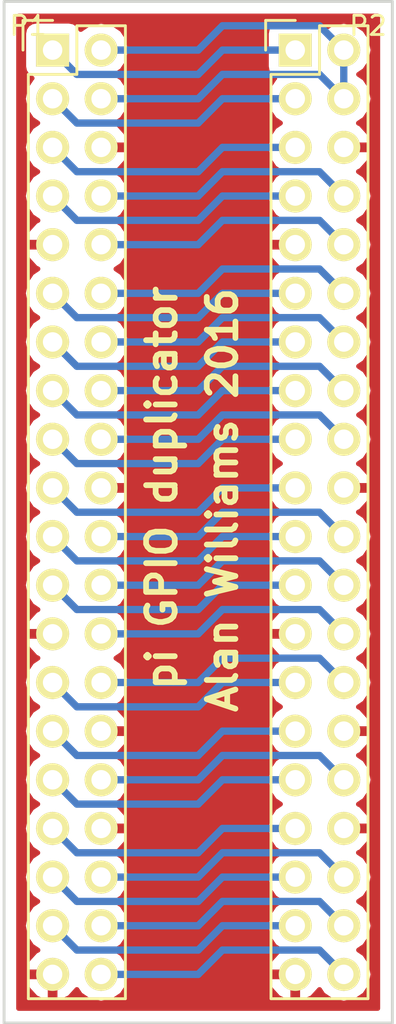
<source format=kicad_pcb>
(kicad_pcb (version 4) (host pcbnew 4.0.2-stable)

  (general
    (links 48)
    (no_connects 1)
    (area 118.89 78.664999 140.04 132.155001)
    (thickness 1.6)
    (drawings 6)
    (tracks 133)
    (zones 0)
    (modules 2)
    (nets 33)
  )

  (page A4)
  (layers
    (0 F.Cu signal)
    (31 B.Cu signal)
    (32 B.Adhes user)
    (33 F.Adhes user)
    (34 B.Paste user)
    (35 F.Paste user)
    (36 B.SilkS user)
    (37 F.SilkS user)
    (38 B.Mask user)
    (39 F.Mask user)
    (40 Dwgs.User user)
    (41 Cmts.User user)
    (42 Eco1.User user)
    (43 Eco2.User user)
    (44 Edge.Cuts user)
    (45 Margin user)
    (46 B.CrtYd user)
    (47 F.CrtYd user)
    (48 B.Fab user)
    (49 F.Fab user)
  )

  (setup
    (last_trace_width 0.381)
    (user_trace_width 0.254)
    (user_trace_width 0.381)
    (user_trace_width 0.508)
    (user_trace_width 1.27)
    (trace_clearance 0.2)
    (zone_clearance 0.508)
    (zone_45_only no)
    (trace_min 0.2)
    (segment_width 0.2)
    (edge_width 0.15)
    (via_size 0.6)
    (via_drill 0.4)
    (via_min_size 0.4)
    (via_min_drill 0.3)
    (uvia_size 0.3)
    (uvia_drill 0.1)
    (uvias_allowed no)
    (uvia_min_size 0.2)
    (uvia_min_drill 0.1)
    (pcb_text_width 0.3)
    (pcb_text_size 1.5 1.5)
    (mod_edge_width 0.15)
    (mod_text_size 1 1)
    (mod_text_width 0.15)
    (pad_size 1.524 1.524)
    (pad_drill 0.762)
    (pad_to_mask_clearance 0.2)
    (aux_axis_origin 0 0)
    (visible_elements FFFFFF7F)
    (pcbplotparams
      (layerselection 0x01020_80000001)
      (usegerberextensions false)
      (excludeedgelayer true)
      (linewidth 0.100000)
      (plotframeref false)
      (viasonmask false)
      (mode 1)
      (useauxorigin false)
      (hpglpennumber 1)
      (hpglpenspeed 20)
      (hpglpendiameter 15)
      (hpglpenoverlay 2)
      (psnegative false)
      (psa4output false)
      (plotreference true)
      (plotvalue true)
      (plotinvisibletext false)
      (padsonsilk false)
      (subtractmaskfromsilk false)
      (outputformat 1)
      (mirror false)
      (drillshape 0)
      (scaleselection 1)
      (outputdirectory ""))
  )

  (net 0 "")
  (net 1 /3v3)
  (net 2 /5v)
  (net 3 /A2)
  (net 4 /A3)
  (net 5 /GND)
  (net 6 /A4)
  (net 7 /B4)
  (net 8 /B5)
  (net 9 /A6)
  (net 10 /B6)
  (net 11 /A7)
  (net 12 /B7)
  (net 13 /A8)
  (net 14 /B8)
  (net 15 /B9)
  (net 16 /A10)
  (net 17 /A11)
  (net 18 /B11)
  (net 19 /A12)
  (net 20 /B12)
  (net 21 /B13)
  (net 22 /A14)
  (net 23 /B14)
  (net 24 /A15)
  (net 25 /A16)
  (net 26 /B16)
  (net 27 /A17)
  (net 28 /A18)
  (net 29 /B18)
  (net 30 /A19)
  (net 31 /B19)
  (net 32 /B20)

  (net_class Default "This is the default net class."
    (clearance 0.2)
    (trace_width 0.25)
    (via_dia 0.6)
    (via_drill 0.4)
    (uvia_dia 0.3)
    (uvia_drill 0.1)
    (add_net /3v3)
    (add_net /5v)
    (add_net /A10)
    (add_net /A11)
    (add_net /A12)
    (add_net /A14)
    (add_net /A15)
    (add_net /A16)
    (add_net /A17)
    (add_net /A18)
    (add_net /A19)
    (add_net /A2)
    (add_net /A3)
    (add_net /A4)
    (add_net /A6)
    (add_net /A7)
    (add_net /A8)
    (add_net /B11)
    (add_net /B12)
    (add_net /B13)
    (add_net /B14)
    (add_net /B16)
    (add_net /B18)
    (add_net /B19)
    (add_net /B20)
    (add_net /B4)
    (add_net /B5)
    (add_net /B6)
    (add_net /B7)
    (add_net /B8)
    (add_net /B9)
    (add_net /GND)
  )

  (module Pin_Headers:Pin_Header_Straight_2x20 (layer F.Cu) (tedit 56E15F45) (tstamp 56E158E2)
    (at 121.92 81.28)
    (descr "Through hole pin header")
    (tags "pin header")
    (path /56E15A0E)
    (fp_text reference P1 (at -1.27 -1.27) (layer F.SilkS)
      (effects (font (size 1 1) (thickness 0.15)))
    )
    (fp_text value CONN_02X20 (at -1.905 12.065 90) (layer F.Fab)
      (effects (font (size 1 1) (thickness 0.15)))
    )
    (fp_line (start -1.75 -1.75) (end -1.75 50.05) (layer F.CrtYd) (width 0.05))
    (fp_line (start 4.3 -1.75) (end 4.3 50.05) (layer F.CrtYd) (width 0.05))
    (fp_line (start -1.75 -1.75) (end 4.3 -1.75) (layer F.CrtYd) (width 0.05))
    (fp_line (start -1.75 50.05) (end 4.3 50.05) (layer F.CrtYd) (width 0.05))
    (fp_line (start 3.81 49.53) (end 3.81 -1.27) (layer F.SilkS) (width 0.15))
    (fp_line (start -1.27 1.27) (end -1.27 49.53) (layer F.SilkS) (width 0.15))
    (fp_line (start 3.81 49.53) (end -1.27 49.53) (layer F.SilkS) (width 0.15))
    (fp_line (start 3.81 -1.27) (end 1.27 -1.27) (layer F.SilkS) (width 0.15))
    (fp_line (start 0 -1.55) (end -1.55 -1.55) (layer F.SilkS) (width 0.15))
    (fp_line (start 1.27 -1.27) (end 1.27 1.27) (layer F.SilkS) (width 0.15))
    (fp_line (start 1.27 1.27) (end -1.27 1.27) (layer F.SilkS) (width 0.15))
    (fp_line (start -1.55 -1.55) (end -1.55 0) (layer F.SilkS) (width 0.15))
    (pad 1 thru_hole rect (at 0 0) (size 1.7272 1.7272) (drill 1.016) (layers *.Cu *.Mask F.SilkS)
      (net 1 /3v3))
    (pad 2 thru_hole oval (at 2.54 0) (size 1.7272 1.7272) (drill 1.016) (layers *.Cu *.Mask F.SilkS)
      (net 2 /5v))
    (pad 3 thru_hole oval (at 0 2.54) (size 1.7272 1.7272) (drill 1.016) (layers *.Cu *.Mask F.SilkS)
      (net 3 /A2))
    (pad 4 thru_hole oval (at 2.54 2.54) (size 1.7272 1.7272) (drill 1.016) (layers *.Cu *.Mask F.SilkS)
      (net 2 /5v))
    (pad 5 thru_hole oval (at 0 5.08) (size 1.7272 1.7272) (drill 1.016) (layers *.Cu *.Mask F.SilkS)
      (net 4 /A3))
    (pad 6 thru_hole oval (at 2.54 5.08) (size 1.7272 1.7272) (drill 1.016) (layers *.Cu *.Mask F.SilkS)
      (net 5 /GND))
    (pad 7 thru_hole oval (at 0 7.62) (size 1.7272 1.7272) (drill 1.016) (layers *.Cu *.Mask F.SilkS)
      (net 6 /A4))
    (pad 8 thru_hole oval (at 2.54 7.62) (size 1.7272 1.7272) (drill 1.016) (layers *.Cu *.Mask F.SilkS)
      (net 7 /B4))
    (pad 9 thru_hole oval (at 0 10.16) (size 1.7272 1.7272) (drill 1.016) (layers *.Cu *.Mask F.SilkS)
      (net 5 /GND))
    (pad 10 thru_hole oval (at 2.54 10.16) (size 1.7272 1.7272) (drill 1.016) (layers *.Cu *.Mask F.SilkS)
      (net 8 /B5))
    (pad 11 thru_hole oval (at 0 12.7) (size 1.7272 1.7272) (drill 1.016) (layers *.Cu *.Mask F.SilkS)
      (net 9 /A6))
    (pad 12 thru_hole oval (at 2.54 12.7) (size 1.7272 1.7272) (drill 1.016) (layers *.Cu *.Mask F.SilkS)
      (net 10 /B6))
    (pad 13 thru_hole oval (at 0 15.24) (size 1.7272 1.7272) (drill 1.016) (layers *.Cu *.Mask F.SilkS)
      (net 11 /A7))
    (pad 14 thru_hole oval (at 2.54 15.24) (size 1.7272 1.7272) (drill 1.016) (layers *.Cu *.Mask F.SilkS)
      (net 12 /B7))
    (pad 15 thru_hole oval (at 0 17.78) (size 1.7272 1.7272) (drill 1.016) (layers *.Cu *.Mask F.SilkS)
      (net 13 /A8))
    (pad 16 thru_hole oval (at 2.54 17.78) (size 1.7272 1.7272) (drill 1.016) (layers *.Cu *.Mask F.SilkS)
      (net 14 /B8))
    (pad 17 thru_hole oval (at 0 20.32) (size 1.7272 1.7272) (drill 1.016) (layers *.Cu *.Mask F.SilkS)
      (net 1 /3v3))
    (pad 18 thru_hole oval (at 2.54 20.32) (size 1.7272 1.7272) (drill 1.016) (layers *.Cu *.Mask F.SilkS)
      (net 15 /B9))
    (pad 19 thru_hole oval (at 0 22.86) (size 1.7272 1.7272) (drill 1.016) (layers *.Cu *.Mask F.SilkS)
      (net 16 /A10))
    (pad 20 thru_hole oval (at 2.54 22.86) (size 1.7272 1.7272) (drill 1.016) (layers *.Cu *.Mask F.SilkS)
      (net 5 /GND))
    (pad 21 thru_hole oval (at 0 25.4) (size 1.7272 1.7272) (drill 1.016) (layers *.Cu *.Mask F.SilkS)
      (net 17 /A11))
    (pad 22 thru_hole oval (at 2.54 25.4) (size 1.7272 1.7272) (drill 1.016) (layers *.Cu *.Mask F.SilkS)
      (net 18 /B11))
    (pad 23 thru_hole oval (at 0 27.94) (size 1.7272 1.7272) (drill 1.016) (layers *.Cu *.Mask F.SilkS)
      (net 19 /A12))
    (pad 24 thru_hole oval (at 2.54 27.94) (size 1.7272 1.7272) (drill 1.016) (layers *.Cu *.Mask F.SilkS)
      (net 20 /B12))
    (pad 25 thru_hole oval (at 0 30.48) (size 1.7272 1.7272) (drill 1.016) (layers *.Cu *.Mask F.SilkS)
      (net 5 /GND))
    (pad 26 thru_hole oval (at 2.54 30.48) (size 1.7272 1.7272) (drill 1.016) (layers *.Cu *.Mask F.SilkS)
      (net 21 /B13))
    (pad 27 thru_hole oval (at 0 33.02) (size 1.7272 1.7272) (drill 1.016) (layers *.Cu *.Mask F.SilkS)
      (net 22 /A14))
    (pad 28 thru_hole oval (at 2.54 33.02) (size 1.7272 1.7272) (drill 1.016) (layers *.Cu *.Mask F.SilkS)
      (net 23 /B14))
    (pad 29 thru_hole oval (at 0 35.56) (size 1.7272 1.7272) (drill 1.016) (layers *.Cu *.Mask F.SilkS)
      (net 24 /A15))
    (pad 30 thru_hole oval (at 2.54 35.56) (size 1.7272 1.7272) (drill 1.016) (layers *.Cu *.Mask F.SilkS)
      (net 5 /GND))
    (pad 31 thru_hole oval (at 0 38.1) (size 1.7272 1.7272) (drill 1.016) (layers *.Cu *.Mask F.SilkS)
      (net 25 /A16))
    (pad 32 thru_hole oval (at 2.54 38.1) (size 1.7272 1.7272) (drill 1.016) (layers *.Cu *.Mask F.SilkS)
      (net 26 /B16))
    (pad 33 thru_hole oval (at 0 40.64) (size 1.7272 1.7272) (drill 1.016) (layers *.Cu *.Mask F.SilkS)
      (net 27 /A17))
    (pad 34 thru_hole oval (at 2.54 40.64) (size 1.7272 1.7272) (drill 1.016) (layers *.Cu *.Mask F.SilkS)
      (net 5 /GND))
    (pad 35 thru_hole oval (at 0 43.18) (size 1.7272 1.7272) (drill 1.016) (layers *.Cu *.Mask F.SilkS)
      (net 28 /A18))
    (pad 36 thru_hole oval (at 2.54 43.18) (size 1.7272 1.7272) (drill 1.016) (layers *.Cu *.Mask F.SilkS)
      (net 29 /B18))
    (pad 37 thru_hole oval (at 0 45.72) (size 1.7272 1.7272) (drill 1.016) (layers *.Cu *.Mask F.SilkS)
      (net 30 /A19))
    (pad 38 thru_hole oval (at 2.54 45.72) (size 1.7272 1.7272) (drill 1.016) (layers *.Cu *.Mask F.SilkS)
      (net 31 /B19))
    (pad 39 thru_hole oval (at 0 48.26) (size 1.7272 1.7272) (drill 1.016) (layers *.Cu *.Mask F.SilkS)
      (net 5 /GND))
    (pad 40 thru_hole oval (at 2.54 48.26) (size 1.7272 1.7272) (drill 1.016) (layers *.Cu *.Mask F.SilkS)
      (net 32 /B20))
    (model Pin_Headers.3dshapes/Pin_Header_Straight_2x20.wrl
      (at (xyz 0.05 -0.95 0))
      (scale (xyz 1 1 1))
      (rotate (xyz 0 0 90))
    )
  )

  (module Pin_Headers:Pin_Header_Straight_2x20 (layer F.Cu) (tedit 56E15F3E) (tstamp 56E15ED2)
    (at 134.62 81.28)
    (descr "Through hole pin header")
    (tags "pin header")
    (path /56E15A69)
    (fp_text reference P2 (at 3.81 -1.27) (layer F.SilkS)
      (effects (font (size 1 1) (thickness 0.15)))
    )
    (fp_text value CONN_02X20 (at 4.445 11.43 90) (layer F.Fab)
      (effects (font (size 1 1) (thickness 0.15)))
    )
    (fp_line (start -1.75 -1.75) (end -1.75 50.05) (layer F.CrtYd) (width 0.05))
    (fp_line (start 4.3 -1.75) (end 4.3 50.05) (layer F.CrtYd) (width 0.05))
    (fp_line (start -1.75 -1.75) (end 4.3 -1.75) (layer F.CrtYd) (width 0.05))
    (fp_line (start -1.75 50.05) (end 4.3 50.05) (layer F.CrtYd) (width 0.05))
    (fp_line (start 3.81 49.53) (end 3.81 -1.27) (layer F.SilkS) (width 0.15))
    (fp_line (start -1.27 1.27) (end -1.27 49.53) (layer F.SilkS) (width 0.15))
    (fp_line (start 3.81 49.53) (end -1.27 49.53) (layer F.SilkS) (width 0.15))
    (fp_line (start 3.81 -1.27) (end 1.27 -1.27) (layer F.SilkS) (width 0.15))
    (fp_line (start 0 -1.55) (end -1.55 -1.55) (layer F.SilkS) (width 0.15))
    (fp_line (start 1.27 -1.27) (end 1.27 1.27) (layer F.SilkS) (width 0.15))
    (fp_line (start 1.27 1.27) (end -1.27 1.27) (layer F.SilkS) (width 0.15))
    (fp_line (start -1.55 -1.55) (end -1.55 0) (layer F.SilkS) (width 0.15))
    (pad 1 thru_hole rect (at 0 0) (size 1.7272 1.7272) (drill 1.016) (layers *.Cu *.Mask F.SilkS)
      (net 1 /3v3))
    (pad 2 thru_hole oval (at 2.54 0) (size 1.7272 1.7272) (drill 1.016) (layers *.Cu *.Mask F.SilkS)
      (net 2 /5v))
    (pad 3 thru_hole oval (at 0 2.54) (size 1.7272 1.7272) (drill 1.016) (layers *.Cu *.Mask F.SilkS)
      (net 3 /A2))
    (pad 4 thru_hole oval (at 2.54 2.54) (size 1.7272 1.7272) (drill 1.016) (layers *.Cu *.Mask F.SilkS)
      (net 2 /5v))
    (pad 5 thru_hole oval (at 0 5.08) (size 1.7272 1.7272) (drill 1.016) (layers *.Cu *.Mask F.SilkS)
      (net 4 /A3))
    (pad 6 thru_hole oval (at 2.54 5.08) (size 1.7272 1.7272) (drill 1.016) (layers *.Cu *.Mask F.SilkS)
      (net 5 /GND))
    (pad 7 thru_hole oval (at 0 7.62) (size 1.7272 1.7272) (drill 1.016) (layers *.Cu *.Mask F.SilkS)
      (net 6 /A4))
    (pad 8 thru_hole oval (at 2.54 7.62) (size 1.7272 1.7272) (drill 1.016) (layers *.Cu *.Mask F.SilkS)
      (net 7 /B4))
    (pad 9 thru_hole oval (at 0 10.16) (size 1.7272 1.7272) (drill 1.016) (layers *.Cu *.Mask F.SilkS)
      (net 5 /GND))
    (pad 10 thru_hole oval (at 2.54 10.16) (size 1.7272 1.7272) (drill 1.016) (layers *.Cu *.Mask F.SilkS)
      (net 8 /B5))
    (pad 11 thru_hole oval (at 0 12.7) (size 1.7272 1.7272) (drill 1.016) (layers *.Cu *.Mask F.SilkS)
      (net 9 /A6))
    (pad 12 thru_hole oval (at 2.54 12.7) (size 1.7272 1.7272) (drill 1.016) (layers *.Cu *.Mask F.SilkS)
      (net 10 /B6))
    (pad 13 thru_hole oval (at 0 15.24) (size 1.7272 1.7272) (drill 1.016) (layers *.Cu *.Mask F.SilkS)
      (net 11 /A7))
    (pad 14 thru_hole oval (at 2.54 15.24) (size 1.7272 1.7272) (drill 1.016) (layers *.Cu *.Mask F.SilkS)
      (net 12 /B7))
    (pad 15 thru_hole oval (at 0 17.78) (size 1.7272 1.7272) (drill 1.016) (layers *.Cu *.Mask F.SilkS)
      (net 13 /A8))
    (pad 16 thru_hole oval (at 2.54 17.78) (size 1.7272 1.7272) (drill 1.016) (layers *.Cu *.Mask F.SilkS)
      (net 14 /B8))
    (pad 17 thru_hole oval (at 0 20.32) (size 1.7272 1.7272) (drill 1.016) (layers *.Cu *.Mask F.SilkS)
      (net 1 /3v3))
    (pad 18 thru_hole oval (at 2.54 20.32) (size 1.7272 1.7272) (drill 1.016) (layers *.Cu *.Mask F.SilkS)
      (net 15 /B9))
    (pad 19 thru_hole oval (at 0 22.86) (size 1.7272 1.7272) (drill 1.016) (layers *.Cu *.Mask F.SilkS)
      (net 16 /A10))
    (pad 20 thru_hole oval (at 2.54 22.86) (size 1.7272 1.7272) (drill 1.016) (layers *.Cu *.Mask F.SilkS)
      (net 5 /GND))
    (pad 21 thru_hole oval (at 0 25.4) (size 1.7272 1.7272) (drill 1.016) (layers *.Cu *.Mask F.SilkS)
      (net 17 /A11))
    (pad 22 thru_hole oval (at 2.54 25.4) (size 1.7272 1.7272) (drill 1.016) (layers *.Cu *.Mask F.SilkS)
      (net 18 /B11))
    (pad 23 thru_hole oval (at 0 27.94) (size 1.7272 1.7272) (drill 1.016) (layers *.Cu *.Mask F.SilkS)
      (net 19 /A12))
    (pad 24 thru_hole oval (at 2.54 27.94) (size 1.7272 1.7272) (drill 1.016) (layers *.Cu *.Mask F.SilkS)
      (net 20 /B12))
    (pad 25 thru_hole oval (at 0 30.48) (size 1.7272 1.7272) (drill 1.016) (layers *.Cu *.Mask F.SilkS)
      (net 5 /GND))
    (pad 26 thru_hole oval (at 2.54 30.48) (size 1.7272 1.7272) (drill 1.016) (layers *.Cu *.Mask F.SilkS)
      (net 21 /B13))
    (pad 27 thru_hole oval (at 0 33.02) (size 1.7272 1.7272) (drill 1.016) (layers *.Cu *.Mask F.SilkS)
      (net 22 /A14))
    (pad 28 thru_hole oval (at 2.54 33.02) (size 1.7272 1.7272) (drill 1.016) (layers *.Cu *.Mask F.SilkS)
      (net 23 /B14))
    (pad 29 thru_hole oval (at 0 35.56) (size 1.7272 1.7272) (drill 1.016) (layers *.Cu *.Mask F.SilkS)
      (net 24 /A15))
    (pad 30 thru_hole oval (at 2.54 35.56) (size 1.7272 1.7272) (drill 1.016) (layers *.Cu *.Mask F.SilkS)
      (net 5 /GND))
    (pad 31 thru_hole oval (at 0 38.1) (size 1.7272 1.7272) (drill 1.016) (layers *.Cu *.Mask F.SilkS)
      (net 25 /A16))
    (pad 32 thru_hole oval (at 2.54 38.1) (size 1.7272 1.7272) (drill 1.016) (layers *.Cu *.Mask F.SilkS)
      (net 26 /B16))
    (pad 33 thru_hole oval (at 0 40.64) (size 1.7272 1.7272) (drill 1.016) (layers *.Cu *.Mask F.SilkS)
      (net 27 /A17))
    (pad 34 thru_hole oval (at 2.54 40.64) (size 1.7272 1.7272) (drill 1.016) (layers *.Cu *.Mask F.SilkS)
      (net 5 /GND))
    (pad 35 thru_hole oval (at 0 43.18) (size 1.7272 1.7272) (drill 1.016) (layers *.Cu *.Mask F.SilkS)
      (net 28 /A18))
    (pad 36 thru_hole oval (at 2.54 43.18) (size 1.7272 1.7272) (drill 1.016) (layers *.Cu *.Mask F.SilkS)
      (net 29 /B18))
    (pad 37 thru_hole oval (at 0 45.72) (size 1.7272 1.7272) (drill 1.016) (layers *.Cu *.Mask F.SilkS)
      (net 30 /A19))
    (pad 38 thru_hole oval (at 2.54 45.72) (size 1.7272 1.7272) (drill 1.016) (layers *.Cu *.Mask F.SilkS)
      (net 31 /B19))
    (pad 39 thru_hole oval (at 0 48.26) (size 1.7272 1.7272) (drill 1.016) (layers *.Cu *.Mask F.SilkS)
      (net 5 /GND))
    (pad 40 thru_hole oval (at 2.54 48.26) (size 1.7272 1.7272) (drill 1.016) (layers *.Cu *.Mask F.SilkS)
      (net 32 /B20))
    (model Pin_Headers.3dshapes/Pin_Header_Straight_2x20.wrl
      (at (xyz 0.05 -0.95 0))
      (scale (xyz 1 1 1))
      (rotate (xyz 0 0 90))
    )
  )

  (gr_text "Alan Williams 2016" (at 130.81 104.775 90) (layer F.SilkS)
    (effects (font (size 1.5 1.5) (thickness 0.3)))
  )
  (gr_text "pi GPIO duplicator" (at 127.635 104.14 90) (layer F.SilkS)
    (effects (font (size 1.5 1.5) (thickness 0.3)))
  )
  (gr_line (start 119.38 78.74) (end 119.38 132.08) (angle 90) (layer Edge.Cuts) (width 0.15))
  (gr_line (start 139.7 78.74) (end 119.38 78.74) (angle 90) (layer Edge.Cuts) (width 0.15))
  (gr_line (start 139.7 132.08) (end 139.7 78.74) (angle 90) (layer Edge.Cuts) (width 0.15))
  (gr_line (start 119.38 132.08) (end 139.7 132.08) (angle 90) (layer Edge.Cuts) (width 0.15))

  (segment (start 121.92 81.28) (end 123.19 82.55) (width 0.381) (layer B.Cu) (net 1))
  (segment (start 130.81 81.28) (end 134.62 81.28) (width 0.381) (layer B.Cu) (net 1) (tstamp 56E15CBD))
  (segment (start 129.54 82.55) (end 130.81 81.28) (width 0.381) (layer B.Cu) (net 1) (tstamp 56E15CBC))
  (segment (start 123.19 82.55) (end 129.54 82.55) (width 0.381) (layer B.Cu) (net 1) (tstamp 56E15CBB))
  (segment (start 121.92 101.6) (end 123.19 102.87) (width 0.381) (layer B.Cu) (net 1))
  (segment (start 130.81 101.6) (end 134.62 101.6) (width 0.381) (layer B.Cu) (net 1) (tstamp 56E15C72))
  (segment (start 129.54 102.87) (end 130.81 101.6) (width 0.381) (layer B.Cu) (net 1) (tstamp 56E15C71))
  (segment (start 123.19 102.87) (end 129.54 102.87) (width 0.381) (layer B.Cu) (net 1) (tstamp 56E15C70))
  (segment (start 137.16 81.28) (end 137.16 83.82) (width 0.381) (layer B.Cu) (net 2))
  (segment (start 124.46 81.28) (end 129.54 81.28) (width 0.381) (layer B.Cu) (net 2))
  (segment (start 135.89 80.01) (end 137.16 81.28) (width 0.381) (layer B.Cu) (net 2) (tstamp 56E15CB8))
  (segment (start 130.81 80.01) (end 135.89 80.01) (width 0.381) (layer B.Cu) (net 2) (tstamp 56E15CB7))
  (segment (start 129.54 81.28) (end 130.81 80.01) (width 0.381) (layer B.Cu) (net 2) (tstamp 56E15CB6))
  (segment (start 124.46 83.82) (end 129.54 83.82) (width 0.381) (layer B.Cu) (net 2))
  (segment (start 129.54 83.82) (end 130.81 82.55) (width 0.381) (layer B.Cu) (net 2) (tstamp 56E15CB1))
  (segment (start 130.81 82.55) (end 135.89 82.55) (width 0.381) (layer B.Cu) (net 2) (tstamp 56E15CB2))
  (segment (start 135.89 82.55) (end 137.16 83.82) (width 0.381) (layer B.Cu) (net 2) (tstamp 56E15CB3))
  (segment (start 121.92 83.82) (end 123.19 85.09) (width 0.381) (layer B.Cu) (net 3))
  (segment (start 130.81 83.82) (end 134.62 83.82) (width 0.381) (layer B.Cu) (net 3) (tstamp 56E15CAE))
  (segment (start 129.54 85.09) (end 130.81 83.82) (width 0.381) (layer B.Cu) (net 3) (tstamp 56E15CAD))
  (segment (start 123.19 85.09) (end 129.54 85.09) (width 0.381) (layer B.Cu) (net 3) (tstamp 56E15CAC))
  (segment (start 121.92 86.36) (end 123.19 87.63) (width 0.381) (layer B.Cu) (net 4))
  (segment (start 130.81 86.36) (end 134.62 86.36) (width 0.381) (layer B.Cu) (net 4) (tstamp 56E15CA9))
  (segment (start 129.54 87.63) (end 130.81 86.36) (width 0.381) (layer B.Cu) (net 4) (tstamp 56E15CA8))
  (segment (start 123.19 87.63) (end 129.54 87.63) (width 0.381) (layer B.Cu) (net 4) (tstamp 56E15CA7))
  (segment (start 121.92 88.9) (end 123.19 90.17) (width 0.381) (layer B.Cu) (net 6))
  (segment (start 130.81 88.9) (end 134.62 88.9) (width 0.381) (layer B.Cu) (net 6) (tstamp 56E15CA4))
  (segment (start 129.54 90.17) (end 130.81 88.9) (width 0.381) (layer B.Cu) (net 6) (tstamp 56E15CA3))
  (segment (start 123.19 90.17) (end 129.54 90.17) (width 0.381) (layer B.Cu) (net 6) (tstamp 56E15CA2))
  (segment (start 124.46 88.9) (end 129.54 88.9) (width 0.381) (layer B.Cu) (net 7))
  (segment (start 135.89 87.63) (end 137.16 88.9) (width 0.381) (layer B.Cu) (net 7) (tstamp 56E15C9F))
  (segment (start 130.81 87.63) (end 135.89 87.63) (width 0.381) (layer B.Cu) (net 7) (tstamp 56E15C9E))
  (segment (start 129.54 88.9) (end 130.81 87.63) (width 0.381) (layer B.Cu) (net 7) (tstamp 56E15C9D))
  (segment (start 124.46 91.44) (end 129.54 91.44) (width 0.381) (layer B.Cu) (net 8))
  (segment (start 135.89 90.17) (end 137.16 91.44) (width 0.381) (layer B.Cu) (net 8) (tstamp 56E15C9A))
  (segment (start 130.81 90.17) (end 135.89 90.17) (width 0.381) (layer B.Cu) (net 8) (tstamp 56E15C99))
  (segment (start 129.54 91.44) (end 130.81 90.17) (width 0.381) (layer B.Cu) (net 8) (tstamp 56E15C98))
  (segment (start 121.92 93.98) (end 123.19 95.25) (width 0.381) (layer B.Cu) (net 9))
  (segment (start 130.81 93.98) (end 134.62 93.98) (width 0.381) (layer B.Cu) (net 9) (tstamp 56E15C95))
  (segment (start 129.54 95.25) (end 130.81 93.98) (width 0.381) (layer B.Cu) (net 9) (tstamp 56E15C94))
  (segment (start 123.19 95.25) (end 129.54 95.25) (width 0.381) (layer B.Cu) (net 9) (tstamp 56E15C93))
  (segment (start 124.46 93.98) (end 129.54 93.98) (width 0.381) (layer B.Cu) (net 10))
  (segment (start 135.89 92.71) (end 137.16 93.98) (width 0.381) (layer B.Cu) (net 10) (tstamp 56E15C90))
  (segment (start 130.81 92.71) (end 135.89 92.71) (width 0.381) (layer B.Cu) (net 10) (tstamp 56E15C8F))
  (segment (start 129.54 93.98) (end 130.81 92.71) (width 0.381) (layer B.Cu) (net 10) (tstamp 56E15C8E))
  (segment (start 121.92 96.52) (end 123.19 97.79) (width 0.381) (layer B.Cu) (net 11))
  (segment (start 130.81 96.52) (end 134.62 96.52) (width 0.381) (layer B.Cu) (net 11) (tstamp 56E15C8B))
  (segment (start 129.54 97.79) (end 130.81 96.52) (width 0.381) (layer B.Cu) (net 11) (tstamp 56E15C8A))
  (segment (start 123.19 97.79) (end 129.54 97.79) (width 0.381) (layer B.Cu) (net 11) (tstamp 56E15C89))
  (segment (start 124.46 96.52) (end 129.54 96.52) (width 0.381) (layer B.Cu) (net 12))
  (segment (start 135.89 95.25) (end 137.16 96.52) (width 0.381) (layer B.Cu) (net 12) (tstamp 56E15C86))
  (segment (start 130.81 95.25) (end 135.89 95.25) (width 0.381) (layer B.Cu) (net 12) (tstamp 56E15C85))
  (segment (start 129.54 96.52) (end 130.81 95.25) (width 0.381) (layer B.Cu) (net 12) (tstamp 56E15C84))
  (segment (start 121.92 99.06) (end 123.19 100.33) (width 0.381) (layer B.Cu) (net 13))
  (segment (start 130.81 99.06) (end 134.62 99.06) (width 0.381) (layer B.Cu) (net 13) (tstamp 56E15C81))
  (segment (start 129.54 100.33) (end 130.81 99.06) (width 0.381) (layer B.Cu) (net 13) (tstamp 56E15C80))
  (segment (start 123.19 100.33) (end 129.54 100.33) (width 0.381) (layer B.Cu) (net 13) (tstamp 56E15C7F))
  (segment (start 124.46 99.06) (end 129.54 99.06) (width 0.381) (layer B.Cu) (net 14))
  (segment (start 135.89 97.79) (end 137.16 99.06) (width 0.381) (layer B.Cu) (net 14) (tstamp 56E15C7C))
  (segment (start 130.81 97.79) (end 135.89 97.79) (width 0.381) (layer B.Cu) (net 14) (tstamp 56E15C7B))
  (segment (start 129.54 99.06) (end 130.81 97.79) (width 0.381) (layer B.Cu) (net 14) (tstamp 56E15C7A))
  (segment (start 124.46 101.6) (end 129.54 101.6) (width 0.381) (layer B.Cu) (net 15))
  (segment (start 135.89 100.33) (end 137.16 101.6) (width 0.381) (layer B.Cu) (net 15) (tstamp 56E15C77))
  (segment (start 130.81 100.33) (end 135.89 100.33) (width 0.381) (layer B.Cu) (net 15) (tstamp 56E15C76))
  (segment (start 129.54 101.6) (end 130.81 100.33) (width 0.381) (layer B.Cu) (net 15) (tstamp 56E15C75))
  (segment (start 121.92 104.14) (end 123.19 105.41) (width 0.381) (layer B.Cu) (net 16))
  (segment (start 130.81 104.14) (end 134.62 104.14) (width 0.381) (layer B.Cu) (net 16) (tstamp 56E15C6D))
  (segment (start 129.54 105.41) (end 130.81 104.14) (width 0.381) (layer B.Cu) (net 16) (tstamp 56E15C6C))
  (segment (start 123.19 105.41) (end 129.54 105.41) (width 0.381) (layer B.Cu) (net 16) (tstamp 56E15C6B))
  (segment (start 121.92 106.68) (end 123.19 107.95) (width 0.381) (layer B.Cu) (net 17))
  (segment (start 130.81 106.68) (end 134.62 106.68) (width 0.381) (layer B.Cu) (net 17) (tstamp 56E15C63))
  (segment (start 129.54 107.95) (end 130.81 106.68) (width 0.381) (layer B.Cu) (net 17) (tstamp 56E15C62))
  (segment (start 123.19 107.95) (end 129.54 107.95) (width 0.381) (layer B.Cu) (net 17) (tstamp 56E15C61))
  (segment (start 124.46 106.68) (end 129.54 106.68) (width 0.381) (layer B.Cu) (net 18))
  (segment (start 135.89 105.41) (end 137.16 106.68) (width 0.381) (layer B.Cu) (net 18) (tstamp 56E15C68))
  (segment (start 130.81 105.41) (end 135.89 105.41) (width 0.381) (layer B.Cu) (net 18) (tstamp 56E15C67))
  (segment (start 129.54 106.68) (end 130.81 105.41) (width 0.381) (layer B.Cu) (net 18) (tstamp 56E15C66))
  (segment (start 121.92 109.22) (end 123.19 110.49) (width 0.381) (layer B.Cu) (net 19))
  (segment (start 130.81 109.22) (end 134.62 109.22) (width 0.381) (layer B.Cu) (net 19) (tstamp 56E15C58))
  (segment (start 129.54 110.49) (end 130.81 109.22) (width 0.381) (layer B.Cu) (net 19) (tstamp 56E15C57))
  (segment (start 123.19 110.49) (end 129.54 110.49) (width 0.381) (layer B.Cu) (net 19) (tstamp 56E15C56))
  (segment (start 124.46 109.22) (end 129.54 109.22) (width 0.381) (layer B.Cu) (net 20))
  (segment (start 135.89 107.95) (end 137.16 109.22) (width 0.381) (layer B.Cu) (net 20) (tstamp 56E15C5D))
  (segment (start 130.81 107.95) (end 135.89 107.95) (width 0.381) (layer B.Cu) (net 20) (tstamp 56E15C5C))
  (segment (start 129.54 109.22) (end 130.81 107.95) (width 0.381) (layer B.Cu) (net 20) (tstamp 56E15C5B))
  (segment (start 124.46 111.76) (end 129.54 111.76) (width 0.381) (layer B.Cu) (net 21))
  (segment (start 135.89 110.49) (end 137.16 111.76) (width 0.381) (layer B.Cu) (net 21) (tstamp 56E15C4E))
  (segment (start 130.81 110.49) (end 135.89 110.49) (width 0.381) (layer B.Cu) (net 21) (tstamp 56E15C4D))
  (segment (start 129.54 111.76) (end 130.81 110.49) (width 0.381) (layer B.Cu) (net 21) (tstamp 56E15C4C))
  (segment (start 121.92 114.3) (end 123.19 115.57) (width 0.381) (layer B.Cu) (net 22))
  (segment (start 130.81 114.3) (end 134.62 114.3) (width 0.381) (layer B.Cu) (net 22) (tstamp 56E15C44))
  (segment (start 129.54 115.57) (end 130.81 114.3) (width 0.381) (layer B.Cu) (net 22) (tstamp 56E15C43))
  (segment (start 123.19 115.57) (end 129.54 115.57) (width 0.381) (layer B.Cu) (net 22) (tstamp 56E15C42))
  (segment (start 124.46 114.3) (end 129.54 114.3) (width 0.381) (layer B.Cu) (net 23))
  (segment (start 135.89 113.03) (end 137.16 114.3) (width 0.381) (layer B.Cu) (net 23) (tstamp 56E15C49))
  (segment (start 130.81 113.03) (end 135.89 113.03) (width 0.381) (layer B.Cu) (net 23) (tstamp 56E15C48))
  (segment (start 129.54 114.3) (end 130.81 113.03) (width 0.381) (layer B.Cu) (net 23) (tstamp 56E15C47))
  (segment (start 121.92 116.84) (end 123.19 118.11) (width 0.381) (layer B.Cu) (net 24))
  (segment (start 130.81 116.84) (end 134.62 116.84) (width 0.381) (layer B.Cu) (net 24) (tstamp 56E15C3F))
  (segment (start 129.54 118.11) (end 130.81 116.84) (width 0.381) (layer B.Cu) (net 24) (tstamp 56E15C3E))
  (segment (start 123.19 118.11) (end 129.54 118.11) (width 0.381) (layer B.Cu) (net 24) (tstamp 56E15C3D))
  (segment (start 121.92 119.38) (end 123.19 120.65) (width 0.381) (layer B.Cu) (net 25))
  (segment (start 130.81 119.38) (end 134.62 119.38) (width 0.381) (layer B.Cu) (net 25) (tstamp 56E15C35))
  (segment (start 129.54 120.65) (end 130.81 119.38) (width 0.381) (layer B.Cu) (net 25) (tstamp 56E15C34))
  (segment (start 123.19 120.65) (end 129.54 120.65) (width 0.381) (layer B.Cu) (net 25) (tstamp 56E15C33))
  (segment (start 124.46 119.38) (end 129.54 119.38) (width 0.381) (layer B.Cu) (net 26))
  (segment (start 135.89 118.11) (end 137.16 119.38) (width 0.381) (layer B.Cu) (net 26) (tstamp 56E15C3A))
  (segment (start 130.81 118.11) (end 135.89 118.11) (width 0.381) (layer B.Cu) (net 26) (tstamp 56E15C39))
  (segment (start 129.54 119.38) (end 130.81 118.11) (width 0.381) (layer B.Cu) (net 26) (tstamp 56E15C38))
  (segment (start 121.92 121.92) (end 123.19 123.19) (width 0.381) (layer B.Cu) (net 27))
  (segment (start 130.81 121.92) (end 134.62 121.92) (width 0.381) (layer B.Cu) (net 27) (tstamp 56E15C30))
  (segment (start 129.54 123.19) (end 130.81 121.92) (width 0.381) (layer B.Cu) (net 27) (tstamp 56E15C2F))
  (segment (start 123.19 123.19) (end 129.54 123.19) (width 0.381) (layer B.Cu) (net 27) (tstamp 56E15C2E))
  (segment (start 121.92 124.46) (end 123.19 125.73) (width 0.381) (layer B.Cu) (net 28))
  (segment (start 130.81 124.46) (end 134.62 124.46) (width 0.381) (layer B.Cu) (net 28) (tstamp 56E15C26))
  (segment (start 129.54 125.73) (end 130.81 124.46) (width 0.381) (layer B.Cu) (net 28) (tstamp 56E15C25))
  (segment (start 123.19 125.73) (end 129.54 125.73) (width 0.381) (layer B.Cu) (net 28) (tstamp 56E15C24))
  (segment (start 124.46 124.46) (end 129.54 124.46) (width 0.381) (layer B.Cu) (net 29))
  (segment (start 135.89 123.19) (end 137.16 124.46) (width 0.381) (layer B.Cu) (net 29) (tstamp 56E15C2B))
  (segment (start 130.81 123.19) (end 135.89 123.19) (width 0.381) (layer B.Cu) (net 29) (tstamp 56E15C2A))
  (segment (start 129.54 124.46) (end 130.81 123.19) (width 0.381) (layer B.Cu) (net 29) (tstamp 56E15C29))
  (segment (start 121.92 127) (end 123.19 128.27) (width 0.381) (layer B.Cu) (net 30))
  (segment (start 130.81 127) (end 134.62 127) (width 0.381) (layer B.Cu) (net 30) (tstamp 56E15C21))
  (segment (start 129.54 128.27) (end 130.81 127) (width 0.381) (layer B.Cu) (net 30) (tstamp 56E15C20))
  (segment (start 123.19 128.27) (end 129.54 128.27) (width 0.381) (layer B.Cu) (net 30) (tstamp 56E15C1F))
  (segment (start 135.89 125.73) (end 137.16 127) (width 0.381) (layer B.Cu) (net 31) (tstamp 56E15C11))
  (segment (start 130.81 125.73) (end 135.89 125.73) (width 0.381) (layer B.Cu) (net 31) (tstamp 56E15C10))
  (segment (start 129.54 127) (end 130.81 125.73) (width 0.381) (layer B.Cu) (net 31) (tstamp 56E15C0F))
  (segment (start 124.46 127) (end 129.54 127) (width 0.381) (layer B.Cu) (net 31))
  (segment (start 135.89 128.27) (end 137.16 129.54) (width 0.381) (layer B.Cu) (net 32) (tstamp 56E15C0C))
  (segment (start 130.81 128.27) (end 135.89 128.27) (width 0.381) (layer B.Cu) (net 32) (tstamp 56E15C0B))
  (segment (start 129.54 129.54) (end 130.81 128.27) (width 0.381) (layer B.Cu) (net 32) (tstamp 56E15C0A))
  (segment (start 124.46 129.54) (end 129.54 129.54) (width 0.381) (layer B.Cu) (net 32))

  (zone (net 5) (net_name /GND) (layer F.Cu) (tstamp 56E15DE1) (hatch edge 0.508)
    (connect_pads (clearance 0.508))
    (min_thickness 0.254)
    (fill yes (arc_segments 16) (thermal_gap 0.508) (thermal_bridge_width 0.508))
    (polygon
      (pts
        (xy 120.015 79.375) (xy 139.065 79.375) (xy 139.065 131.445) (xy 120.015 131.445)
      )
    )
    (filled_polygon
      (pts
        (xy 138.938 131.318) (xy 120.142 131.318) (xy 120.142 129.899026) (xy 120.465042 129.899026) (xy 120.637312 130.314947)
        (xy 121.03151 130.746821) (xy 121.560973 130.994968) (xy 121.793 130.874469) (xy 121.793 129.667) (xy 120.586183 129.667)
        (xy 120.465042 129.899026) (xy 120.142 129.899026) (xy 120.142 83.82) (xy 120.392041 83.82) (xy 120.506115 84.393489)
        (xy 120.830971 84.87967) (xy 121.145752 85.09) (xy 120.830971 85.30033) (xy 120.506115 85.786511) (xy 120.392041 86.36)
        (xy 120.506115 86.933489) (xy 120.830971 87.41967) (xy 121.145752 87.63) (xy 120.830971 87.84033) (xy 120.506115 88.326511)
        (xy 120.392041 88.9) (xy 120.506115 89.473489) (xy 120.830971 89.95967) (xy 121.154228 90.175664) (xy 121.03151 90.233179)
        (xy 120.637312 90.665053) (xy 120.465042 91.080974) (xy 120.586183 91.313) (xy 121.793 91.313) (xy 121.793 91.293)
        (xy 122.047 91.293) (xy 122.047 91.313) (xy 122.067 91.313) (xy 122.067 91.567) (xy 122.047 91.567)
        (xy 122.047 91.587) (xy 121.793 91.587) (xy 121.793 91.567) (xy 120.586183 91.567) (xy 120.465042 91.799026)
        (xy 120.637312 92.214947) (xy 121.03151 92.646821) (xy 121.154228 92.704336) (xy 120.830971 92.92033) (xy 120.506115 93.406511)
        (xy 120.392041 93.98) (xy 120.506115 94.553489) (xy 120.830971 95.03967) (xy 121.145752 95.25) (xy 120.830971 95.46033)
        (xy 120.506115 95.946511) (xy 120.392041 96.52) (xy 120.506115 97.093489) (xy 120.830971 97.57967) (xy 121.145752 97.79)
        (xy 120.830971 98.00033) (xy 120.506115 98.486511) (xy 120.392041 99.06) (xy 120.506115 99.633489) (xy 120.830971 100.11967)
        (xy 121.145752 100.33) (xy 120.830971 100.54033) (xy 120.506115 101.026511) (xy 120.392041 101.6) (xy 120.506115 102.173489)
        (xy 120.830971 102.65967) (xy 121.145752 102.87) (xy 120.830971 103.08033) (xy 120.506115 103.566511) (xy 120.392041 104.14)
        (xy 120.506115 104.713489) (xy 120.830971 105.19967) (xy 121.145752 105.41) (xy 120.830971 105.62033) (xy 120.506115 106.106511)
        (xy 120.392041 106.68) (xy 120.506115 107.253489) (xy 120.830971 107.73967) (xy 121.145752 107.95) (xy 120.830971 108.16033)
        (xy 120.506115 108.646511) (xy 120.392041 109.22) (xy 120.506115 109.793489) (xy 120.830971 110.27967) (xy 121.154228 110.495664)
        (xy 121.03151 110.553179) (xy 120.637312 110.985053) (xy 120.465042 111.400974) (xy 120.586183 111.633) (xy 121.793 111.633)
        (xy 121.793 111.613) (xy 122.047 111.613) (xy 122.047 111.633) (xy 122.067 111.633) (xy 122.067 111.887)
        (xy 122.047 111.887) (xy 122.047 111.907) (xy 121.793 111.907) (xy 121.793 111.887) (xy 120.586183 111.887)
        (xy 120.465042 112.119026) (xy 120.637312 112.534947) (xy 121.03151 112.966821) (xy 121.154228 113.024336) (xy 120.830971 113.24033)
        (xy 120.506115 113.726511) (xy 120.392041 114.3) (xy 120.506115 114.873489) (xy 120.830971 115.35967) (xy 121.145752 115.57)
        (xy 120.830971 115.78033) (xy 120.506115 116.266511) (xy 120.392041 116.84) (xy 120.506115 117.413489) (xy 120.830971 117.89967)
        (xy 121.145752 118.11) (xy 120.830971 118.32033) (xy 120.506115 118.806511) (xy 120.392041 119.38) (xy 120.506115 119.953489)
        (xy 120.830971 120.43967) (xy 121.145752 120.65) (xy 120.830971 120.86033) (xy 120.506115 121.346511) (xy 120.392041 121.92)
        (xy 120.506115 122.493489) (xy 120.830971 122.97967) (xy 121.145752 123.19) (xy 120.830971 123.40033) (xy 120.506115 123.886511)
        (xy 120.392041 124.46) (xy 120.506115 125.033489) (xy 120.830971 125.51967) (xy 121.145752 125.73) (xy 120.830971 125.94033)
        (xy 120.506115 126.426511) (xy 120.392041 127) (xy 120.506115 127.573489) (xy 120.830971 128.05967) (xy 121.154228 128.275664)
        (xy 121.03151 128.333179) (xy 120.637312 128.765053) (xy 120.465042 129.180974) (xy 120.586183 129.413) (xy 121.793 129.413)
        (xy 121.793 129.393) (xy 122.047 129.393) (xy 122.047 129.413) (xy 122.067 129.413) (xy 122.067 129.667)
        (xy 122.047 129.667) (xy 122.047 130.874469) (xy 122.279027 130.994968) (xy 122.80849 130.746821) (xy 123.190008 130.328839)
        (xy 123.370971 130.59967) (xy 123.857152 130.924526) (xy 124.430641 131.0386) (xy 124.489359 131.0386) (xy 125.062848 130.924526)
        (xy 125.549029 130.59967) (xy 125.873885 130.113489) (xy 125.916544 129.899026) (xy 133.165042 129.899026) (xy 133.337312 130.314947)
        (xy 133.73151 130.746821) (xy 134.260973 130.994968) (xy 134.493 130.874469) (xy 134.493 129.667) (xy 133.286183 129.667)
        (xy 133.165042 129.899026) (xy 125.916544 129.899026) (xy 125.987959 129.54) (xy 125.873885 128.966511) (xy 125.549029 128.48033)
        (xy 125.234248 128.27) (xy 125.549029 128.05967) (xy 125.873885 127.573489) (xy 125.987959 127) (xy 125.873885 126.426511)
        (xy 125.549029 125.94033) (xy 125.234248 125.73) (xy 125.549029 125.51967) (xy 125.873885 125.033489) (xy 125.987959 124.46)
        (xy 125.873885 123.886511) (xy 125.549029 123.40033) (xy 125.225772 123.184336) (xy 125.34849 123.126821) (xy 125.742688 122.694947)
        (xy 125.914958 122.279026) (xy 125.793817 122.047) (xy 124.587 122.047) (xy 124.587 122.067) (xy 124.333 122.067)
        (xy 124.333 122.047) (xy 124.313 122.047) (xy 124.313 121.793) (xy 124.333 121.793) (xy 124.333 121.773)
        (xy 124.587 121.773) (xy 124.587 121.793) (xy 125.793817 121.793) (xy 125.914958 121.560974) (xy 125.742688 121.145053)
        (xy 125.34849 120.713179) (xy 125.225772 120.655664) (xy 125.549029 120.43967) (xy 125.873885 119.953489) (xy 125.987959 119.38)
        (xy 125.873885 118.806511) (xy 125.549029 118.32033) (xy 125.225772 118.104336) (xy 125.34849 118.046821) (xy 125.742688 117.614947)
        (xy 125.914958 117.199026) (xy 125.793817 116.967) (xy 124.587 116.967) (xy 124.587 116.987) (xy 124.333 116.987)
        (xy 124.333 116.967) (xy 124.313 116.967) (xy 124.313 116.713) (xy 124.333 116.713) (xy 124.333 116.693)
        (xy 124.587 116.693) (xy 124.587 116.713) (xy 125.793817 116.713) (xy 125.914958 116.480974) (xy 125.742688 116.065053)
        (xy 125.34849 115.633179) (xy 125.225772 115.575664) (xy 125.549029 115.35967) (xy 125.873885 114.873489) (xy 125.987959 114.3)
        (xy 125.873885 113.726511) (xy 125.549029 113.24033) (xy 125.234248 113.03) (xy 125.549029 112.81967) (xy 125.873885 112.333489)
        (xy 125.987959 111.76) (xy 125.873885 111.186511) (xy 125.549029 110.70033) (xy 125.234248 110.49) (xy 125.549029 110.27967)
        (xy 125.873885 109.793489) (xy 125.987959 109.22) (xy 125.873885 108.646511) (xy 125.549029 108.16033) (xy 125.234248 107.95)
        (xy 125.549029 107.73967) (xy 125.873885 107.253489) (xy 125.987959 106.68) (xy 125.873885 106.106511) (xy 125.549029 105.62033)
        (xy 125.225772 105.404336) (xy 125.34849 105.346821) (xy 125.742688 104.914947) (xy 125.914958 104.499026) (xy 125.793817 104.267)
        (xy 124.587 104.267) (xy 124.587 104.287) (xy 124.333 104.287) (xy 124.333 104.267) (xy 124.313 104.267)
        (xy 124.313 104.013) (xy 124.333 104.013) (xy 124.333 103.993) (xy 124.587 103.993) (xy 124.587 104.013)
        (xy 125.793817 104.013) (xy 125.914958 103.780974) (xy 125.742688 103.365053) (xy 125.34849 102.933179) (xy 125.225772 102.875664)
        (xy 125.549029 102.65967) (xy 125.873885 102.173489) (xy 125.987959 101.6) (xy 125.873885 101.026511) (xy 125.549029 100.54033)
        (xy 125.234248 100.33) (xy 125.549029 100.11967) (xy 125.873885 99.633489) (xy 125.987959 99.06) (xy 125.873885 98.486511)
        (xy 125.549029 98.00033) (xy 125.234248 97.79) (xy 125.549029 97.57967) (xy 125.873885 97.093489) (xy 125.987959 96.52)
        (xy 125.873885 95.946511) (xy 125.549029 95.46033) (xy 125.234248 95.25) (xy 125.549029 95.03967) (xy 125.873885 94.553489)
        (xy 125.987959 93.98) (xy 125.873885 93.406511) (xy 125.549029 92.92033) (xy 125.234248 92.71) (xy 125.549029 92.49967)
        (xy 125.873885 92.013489) (xy 125.987959 91.44) (xy 125.873885 90.866511) (xy 125.549029 90.38033) (xy 125.234248 90.17)
        (xy 125.549029 89.95967) (xy 125.873885 89.473489) (xy 125.987959 88.9) (xy 125.873885 88.326511) (xy 125.549029 87.84033)
        (xy 125.225772 87.624336) (xy 125.34849 87.566821) (xy 125.742688 87.134947) (xy 125.914958 86.719026) (xy 125.793817 86.487)
        (xy 124.587 86.487) (xy 124.587 86.507) (xy 124.333 86.507) (xy 124.333 86.487) (xy 124.313 86.487)
        (xy 124.313 86.233) (xy 124.333 86.233) (xy 124.333 86.213) (xy 124.587 86.213) (xy 124.587 86.233)
        (xy 125.793817 86.233) (xy 125.914958 86.000974) (xy 125.742688 85.585053) (xy 125.34849 85.153179) (xy 125.225772 85.095664)
        (xy 125.549029 84.87967) (xy 125.873885 84.393489) (xy 125.987959 83.82) (xy 133.092041 83.82) (xy 133.206115 84.393489)
        (xy 133.530971 84.87967) (xy 133.845752 85.09) (xy 133.530971 85.30033) (xy 133.206115 85.786511) (xy 133.092041 86.36)
        (xy 133.206115 86.933489) (xy 133.530971 87.41967) (xy 133.845752 87.63) (xy 133.530971 87.84033) (xy 133.206115 88.326511)
        (xy 133.092041 88.9) (xy 133.206115 89.473489) (xy 133.530971 89.95967) (xy 133.854228 90.175664) (xy 133.73151 90.233179)
        (xy 133.337312 90.665053) (xy 133.165042 91.080974) (xy 133.286183 91.313) (xy 134.493 91.313) (xy 134.493 91.293)
        (xy 134.747 91.293) (xy 134.747 91.313) (xy 134.767 91.313) (xy 134.767 91.567) (xy 134.747 91.567)
        (xy 134.747 91.587) (xy 134.493 91.587) (xy 134.493 91.567) (xy 133.286183 91.567) (xy 133.165042 91.799026)
        (xy 133.337312 92.214947) (xy 133.73151 92.646821) (xy 133.854228 92.704336) (xy 133.530971 92.92033) (xy 133.206115 93.406511)
        (xy 133.092041 93.98) (xy 133.206115 94.553489) (xy 133.530971 95.03967) (xy 133.845752 95.25) (xy 133.530971 95.46033)
        (xy 133.206115 95.946511) (xy 133.092041 96.52) (xy 133.206115 97.093489) (xy 133.530971 97.57967) (xy 133.845752 97.79)
        (xy 133.530971 98.00033) (xy 133.206115 98.486511) (xy 133.092041 99.06) (xy 133.206115 99.633489) (xy 133.530971 100.11967)
        (xy 133.845752 100.33) (xy 133.530971 100.54033) (xy 133.206115 101.026511) (xy 133.092041 101.6) (xy 133.206115 102.173489)
        (xy 133.530971 102.65967) (xy 133.845752 102.87) (xy 133.530971 103.08033) (xy 133.206115 103.566511) (xy 133.092041 104.14)
        (xy 133.206115 104.713489) (xy 133.530971 105.19967) (xy 133.845752 105.41) (xy 133.530971 105.62033) (xy 133.206115 106.106511)
        (xy 133.092041 106.68) (xy 133.206115 107.253489) (xy 133.530971 107.73967) (xy 133.845752 107.95) (xy 133.530971 108.16033)
        (xy 133.206115 108.646511) (xy 133.092041 109.22) (xy 133.206115 109.793489) (xy 133.530971 110.27967) (xy 133.854228 110.495664)
        (xy 133.73151 110.553179) (xy 133.337312 110.985053) (xy 133.165042 111.400974) (xy 133.286183 111.633) (xy 134.493 111.633)
        (xy 134.493 111.613) (xy 134.747 111.613) (xy 134.747 111.633) (xy 134.767 111.633) (xy 134.767 111.887)
        (xy 134.747 111.887) (xy 134.747 111.907) (xy 134.493 111.907) (xy 134.493 111.887) (xy 133.286183 111.887)
        (xy 133.165042 112.119026) (xy 133.337312 112.534947) (xy 133.73151 112.966821) (xy 133.854228 113.024336) (xy 133.530971 113.24033)
        (xy 133.206115 113.726511) (xy 133.092041 114.3) (xy 133.206115 114.873489) (xy 133.530971 115.35967) (xy 133.845752 115.57)
        (xy 133.530971 115.78033) (xy 133.206115 116.266511) (xy 133.092041 116.84) (xy 133.206115 117.413489) (xy 133.530971 117.89967)
        (xy 133.845752 118.11) (xy 133.530971 118.32033) (xy 133.206115 118.806511) (xy 133.092041 119.38) (xy 133.206115 119.953489)
        (xy 133.530971 120.43967) (xy 133.845752 120.65) (xy 133.530971 120.86033) (xy 133.206115 121.346511) (xy 133.092041 121.92)
        (xy 133.206115 122.493489) (xy 133.530971 122.97967) (xy 133.845752 123.19) (xy 133.530971 123.40033) (xy 133.206115 123.886511)
        (xy 133.092041 124.46) (xy 133.206115 125.033489) (xy 133.530971 125.51967) (xy 133.845752 125.73) (xy 133.530971 125.94033)
        (xy 133.206115 126.426511) (xy 133.092041 127) (xy 133.206115 127.573489) (xy 133.530971 128.05967) (xy 133.854228 128.275664)
        (xy 133.73151 128.333179) (xy 133.337312 128.765053) (xy 133.165042 129.180974) (xy 133.286183 129.413) (xy 134.493 129.413)
        (xy 134.493 129.393) (xy 134.747 129.393) (xy 134.747 129.413) (xy 134.767 129.413) (xy 134.767 129.667)
        (xy 134.747 129.667) (xy 134.747 130.874469) (xy 134.979027 130.994968) (xy 135.50849 130.746821) (xy 135.890008 130.328839)
        (xy 136.070971 130.59967) (xy 136.557152 130.924526) (xy 137.130641 131.0386) (xy 137.189359 131.0386) (xy 137.762848 130.924526)
        (xy 138.249029 130.59967) (xy 138.573885 130.113489) (xy 138.687959 129.54) (xy 138.573885 128.966511) (xy 138.249029 128.48033)
        (xy 137.934248 128.27) (xy 138.249029 128.05967) (xy 138.573885 127.573489) (xy 138.687959 127) (xy 138.573885 126.426511)
        (xy 138.249029 125.94033) (xy 137.934248 125.73) (xy 138.249029 125.51967) (xy 138.573885 125.033489) (xy 138.687959 124.46)
        (xy 138.573885 123.886511) (xy 138.249029 123.40033) (xy 137.925772 123.184336) (xy 138.04849 123.126821) (xy 138.442688 122.694947)
        (xy 138.614958 122.279026) (xy 138.493817 122.047) (xy 137.287 122.047) (xy 137.287 122.067) (xy 137.033 122.067)
        (xy 137.033 122.047) (xy 137.013 122.047) (xy 137.013 121.793) (xy 137.033 121.793) (xy 137.033 121.773)
        (xy 137.287 121.773) (xy 137.287 121.793) (xy 138.493817 121.793) (xy 138.614958 121.560974) (xy 138.442688 121.145053)
        (xy 138.04849 120.713179) (xy 137.925772 120.655664) (xy 138.249029 120.43967) (xy 138.573885 119.953489) (xy 138.687959 119.38)
        (xy 138.573885 118.806511) (xy 138.249029 118.32033) (xy 137.925772 118.104336) (xy 138.04849 118.046821) (xy 138.442688 117.614947)
        (xy 138.614958 117.199026) (xy 138.493817 116.967) (xy 137.287 116.967) (xy 137.287 116.987) (xy 137.033 116.987)
        (xy 137.033 116.967) (xy 137.013 116.967) (xy 137.013 116.713) (xy 137.033 116.713) (xy 137.033 116.693)
        (xy 137.287 116.693) (xy 137.287 116.713) (xy 138.493817 116.713) (xy 138.614958 116.480974) (xy 138.442688 116.065053)
        (xy 138.04849 115.633179) (xy 137.925772 115.575664) (xy 138.249029 115.35967) (xy 138.573885 114.873489) (xy 138.687959 114.3)
        (xy 138.573885 113.726511) (xy 138.249029 113.24033) (xy 137.934248 113.03) (xy 138.249029 112.81967) (xy 138.573885 112.333489)
        (xy 138.687959 111.76) (xy 138.573885 111.186511) (xy 138.249029 110.70033) (xy 137.934248 110.49) (xy 138.249029 110.27967)
        (xy 138.573885 109.793489) (xy 138.687959 109.22) (xy 138.573885 108.646511) (xy 138.249029 108.16033) (xy 137.934248 107.95)
        (xy 138.249029 107.73967) (xy 138.573885 107.253489) (xy 138.687959 106.68) (xy 138.573885 106.106511) (xy 138.249029 105.62033)
        (xy 137.925772 105.404336) (xy 138.04849 105.346821) (xy 138.442688 104.914947) (xy 138.614958 104.499026) (xy 138.493817 104.267)
        (xy 137.287 104.267) (xy 137.287 104.287) (xy 137.033 104.287) (xy 137.033 104.267) (xy 137.013 104.267)
        (xy 137.013 104.013) (xy 137.033 104.013) (xy 137.033 103.993) (xy 137.287 103.993) (xy 137.287 104.013)
        (xy 138.493817 104.013) (xy 138.614958 103.780974) (xy 138.442688 103.365053) (xy 138.04849 102.933179) (xy 137.925772 102.875664)
        (xy 138.249029 102.65967) (xy 138.573885 102.173489) (xy 138.687959 101.6) (xy 138.573885 101.026511) (xy 138.249029 100.54033)
        (xy 137.934248 100.33) (xy 138.249029 100.11967) (xy 138.573885 99.633489) (xy 138.687959 99.06) (xy 138.573885 98.486511)
        (xy 138.249029 98.00033) (xy 137.934248 97.79) (xy 138.249029 97.57967) (xy 138.573885 97.093489) (xy 138.687959 96.52)
        (xy 138.573885 95.946511) (xy 138.249029 95.46033) (xy 137.934248 95.25) (xy 138.249029 95.03967) (xy 138.573885 94.553489)
        (xy 138.687959 93.98) (xy 138.573885 93.406511) (xy 138.249029 92.92033) (xy 137.934248 92.71) (xy 138.249029 92.49967)
        (xy 138.573885 92.013489) (xy 138.687959 91.44) (xy 138.573885 90.866511) (xy 138.249029 90.38033) (xy 137.934248 90.17)
        (xy 138.249029 89.95967) (xy 138.573885 89.473489) (xy 138.687959 88.9) (xy 138.573885 88.326511) (xy 138.249029 87.84033)
        (xy 137.925772 87.624336) (xy 138.04849 87.566821) (xy 138.442688 87.134947) (xy 138.614958 86.719026) (xy 138.493817 86.487)
        (xy 137.287 86.487) (xy 137.287 86.507) (xy 137.033 86.507) (xy 137.033 86.487) (xy 137.013 86.487)
        (xy 137.013 86.233) (xy 137.033 86.233) (xy 137.033 86.213) (xy 137.287 86.213) (xy 137.287 86.233)
        (xy 138.493817 86.233) (xy 138.614958 86.000974) (xy 138.442688 85.585053) (xy 138.04849 85.153179) (xy 137.925772 85.095664)
        (xy 138.249029 84.87967) (xy 138.573885 84.393489) (xy 138.687959 83.82) (xy 138.573885 83.246511) (xy 138.249029 82.76033)
        (xy 137.934248 82.55) (xy 138.249029 82.33967) (xy 138.573885 81.853489) (xy 138.687959 81.28) (xy 138.573885 80.706511)
        (xy 138.249029 80.22033) (xy 137.762848 79.895474) (xy 137.189359 79.7814) (xy 137.130641 79.7814) (xy 136.557152 79.895474)
        (xy 136.091558 80.206574) (xy 136.086762 80.181083) (xy 135.94769 79.964959) (xy 135.73549 79.819969) (xy 135.4836 79.76896)
        (xy 133.7564 79.76896) (xy 133.521083 79.813238) (xy 133.304959 79.95231) (xy 133.159969 80.16451) (xy 133.10896 80.4164)
        (xy 133.10896 82.1436) (xy 133.153238 82.378917) (xy 133.29231 82.595041) (xy 133.50451 82.740031) (xy 133.548131 82.748864)
        (xy 133.530971 82.76033) (xy 133.206115 83.246511) (xy 133.092041 83.82) (xy 125.987959 83.82) (xy 125.873885 83.246511)
        (xy 125.549029 82.76033) (xy 125.234248 82.55) (xy 125.549029 82.33967) (xy 125.873885 81.853489) (xy 125.987959 81.28)
        (xy 125.873885 80.706511) (xy 125.549029 80.22033) (xy 125.062848 79.895474) (xy 124.489359 79.7814) (xy 124.430641 79.7814)
        (xy 123.857152 79.895474) (xy 123.391558 80.206574) (xy 123.386762 80.181083) (xy 123.24769 79.964959) (xy 123.03549 79.819969)
        (xy 122.7836 79.76896) (xy 121.0564 79.76896) (xy 120.821083 79.813238) (xy 120.604959 79.95231) (xy 120.459969 80.16451)
        (xy 120.40896 80.4164) (xy 120.40896 82.1436) (xy 120.453238 82.378917) (xy 120.59231 82.595041) (xy 120.80451 82.740031)
        (xy 120.848131 82.748864) (xy 120.830971 82.76033) (xy 120.506115 83.246511) (xy 120.392041 83.82) (xy 120.142 83.82)
        (xy 120.142 79.502) (xy 138.938 79.502)
      )
    )
  )
)

</source>
